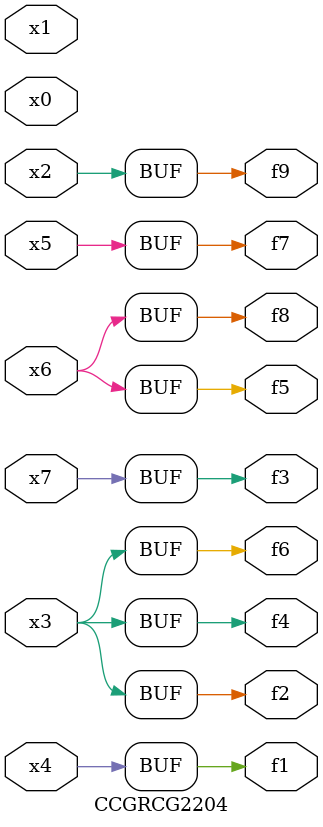
<source format=v>
module CCGRCG2204(
	input x0, x1, x2, x3, x4, x5, x6, x7,
	output f1, f2, f3, f4, f5, f6, f7, f8, f9
);
	assign f1 = x4;
	assign f2 = x3;
	assign f3 = x7;
	assign f4 = x3;
	assign f5 = x6;
	assign f6 = x3;
	assign f7 = x5;
	assign f8 = x6;
	assign f9 = x2;
endmodule

</source>
